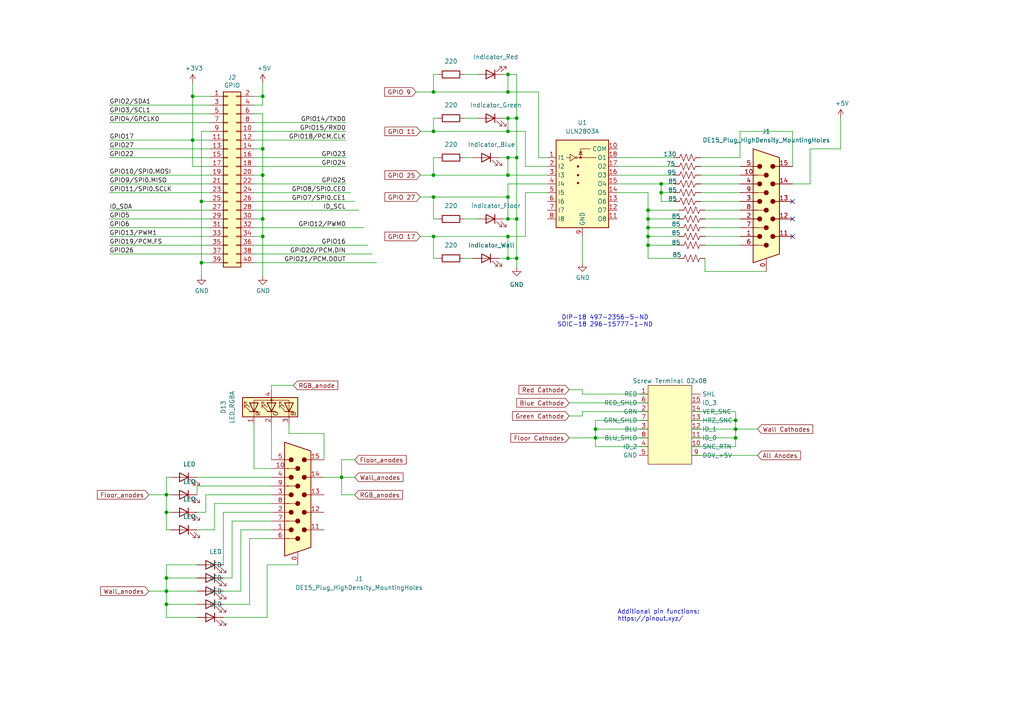
<source format=kicad_sch>
(kicad_sch (version 20231120) (generator "eeschema") (generator_version "8.0")
  (paper "A4")
  (title_block (date "15 nov 2012"))
  (lib_symbols
    (symbol "Connector:DE15_Plug_HighDensity_MountingHoles" (pin_names (offset 1.016) hide)
      (property "Reference" "J" (at 0 21.59 0))
      (property "Value" "DE15_Plug_HighDensity_MountingHoles" (at 0 19.05 0))
      (symbol "DE15_Plug_HighDensity_MountingHoles_0_1"
        (circle (center -1.905 -7.62) (radius 0.635) (fill (type outline)))
        (circle (center -1.905 -2.54) (radius 0.635) (fill (type outline)))
        (circle (center -1.905 2.54) (radius 0.635) (fill (type outline)))
        (circle (center -1.905 7.62) (radius 0.635) (fill (type outline)))
        (circle (center -1.905 12.7) (radius 0.635) (fill (type outline)))
        (circle (center 0 -10.16) (radius 0.635) (fill (type outline)))
        (circle (center 0 -5.08) (radius 0.635) (fill (type outline)))
        (polyline (pts (xy -3.175 -5.08) (xy -0.635 -5.08)))
        (polyline (pts (xy -0.635 -10.16) (xy -3.175 -10.16)))
        (polyline (pts (xy -0.635 0) (xy -3.175 0)))
        (polyline (pts (xy -0.635 5.08) (xy -3.175 5.08)))
        (polyline (pts (xy -0.635 10.16) (xy -3.175 10.16)))
        (polyline (pts (xy -3.81 17.78) (xy -3.81 -15.24) (xy 3.81 -12.7) (xy 3.81 15.24) (xy -3.81 17.78)) (stroke (width 0.254)) (fill (type background)))
        (circle (center 0 0) (radius 0.635) (fill (type outline)))
        (circle (center 0 5.08) (radius 0.635) (fill (type outline)))
        (circle (center 0 10.16) (radius 0.635) (fill (type outline)))
        (circle (center 1.905 -7.62) (radius 0.635) (fill (type outline)))
        (circle (center 1.905 -2.54) (radius 0.635) (fill (type outline)))
        (circle (center 1.905 2.54) (radius 0.635) (fill (type outline)))
        (circle (center 1.905 7.62) (radius 0.635) (fill (type outline)))
        (circle (center 1.905 12.7) (radius 0.635) (fill (type outline)))
      )
      (symbol "DE15_Plug_HighDensity_MountingHoles_1_1"
        (pin passive line (at 0 -17.78 90) (length 3.81) (name "~") (number "0"))
        (pin passive line (at -7.62 -7.62 0) (length 5.08) (name "~") (number "1"))
        (pin passive line (at -7.62 10.16 0) (length 5.08) (name "~") (number "10"))
        (pin passive line (at 7.62 -7.62 180) (length 5.08) (name "~") (number "11"))
        (pin passive line (at 7.62 -2.54 180) (length 5.08) (name "~") (number "12"))
        (pin passive line (at 7.62 2.54 180) (length 5.08) (name "~") (number "13"))
        (pin passive line (at 7.62 7.62 180) (length 5.08) (name "~") (number "14"))
        (pin passive line (at 7.62 12.7 180) (length 5.08) (name "~") (number "15"))
        (pin passive line (at -7.62 -2.54 0) (length 5.08) (name "~") (number "2"))
        (pin passive line (at -7.62 2.54 0) (length 5.08) (name "~") (number "3"))
        (pin passive line (at -7.62 7.62 0) (length 5.08) (name "~") (number "4"))
        (pin passive line (at -7.62 12.7 0) (length 5.08) (name "~") (number "5"))
        (pin passive line (at -7.62 -10.16 0) (length 5.08) (name "~") (number "6"))
        (pin passive line (at -7.62 -5.08 0) (length 5.08) (name "~") (number "7"))
        (pin passive line (at -7.62 0 0) (length 5.08) (name "~") (number "8"))
        (pin passive line (at -7.62 5.08 0) (length 5.08) (name "~") (number "9"))
      )
    )
    (symbol "Connector_Generic:Conn_02x20_Odd_Even" (pin_names (offset 1.016) hide)
      (property "Reference" "J" (at 1.27 25.4 0))
      (property "Value" "Conn_02x20_Odd_Even" (at 1.27 -27.94 0))
      (symbol "Conn_02x20_Odd_Even_1_1"
        (rectangle (start -1.27 -25.273) (end 0 -25.527) (stroke (width 0.1524)))
        (rectangle (start -1.27 -22.733) (end 0 -22.987) (stroke (width 0.1524)))
        (rectangle (start -1.27 -20.193) (end 0 -20.447) (stroke (width 0.1524)))
        (rectangle (start -1.27 -17.653) (end 0 -17.907) (stroke (width 0.1524)))
        (rectangle (start -1.27 -15.113) (end 0 -15.367) (stroke (width 0.1524)))
        (rectangle (start -1.27 -12.573) (end 0 -12.827) (stroke (width 0.1524)))
        (rectangle (start -1.27 -10.033) (end 0 -10.287) (stroke (width 0.1524)))
        (rectangle (start -1.27 -7.493) (end 0 -7.747) (stroke (width 0.1524)))
        (rectangle (start -1.27 -4.953) (end 0 -5.207) (stroke (width 0.1524)))
        (rectangle (start -1.27 -2.413) (end 0 -2.667) (stroke (width 0.1524)))
        (rectangle (start -1.27 0.127) (end 0 -0.127) (stroke (width 0.1524)))
        (rectangle (start -1.27 2.667) (end 0 2.413) (stroke (width 0.1524)))
        (rectangle (start -1.27 5.207) (end 0 4.953) (stroke (width 0.1524)))
        (rectangle (start -1.27 7.747) (end 0 7.493) (stroke (width 0.1524)))
        (rectangle (start -1.27 10.287) (end 0 10.033) (stroke (width 0.1524)))
        (rectangle (start -1.27 12.827) (end 0 12.573) (stroke (width 0.1524)))
        (rectangle (start -1.27 15.367) (end 0 15.113) (stroke (width 0.1524)))
        (rectangle (start -1.27 17.907) (end 0 17.653) (stroke (width 0.1524)))
        (rectangle (start -1.27 20.447) (end 0 20.193) (stroke (width 0.1524)))
        (rectangle (start -1.27 22.987) (end 0 22.733) (stroke (width 0.1524)))
        (rectangle (start -1.27 24.13) (end 3.81 -26.67) (stroke (width 0.254)) (fill (type background)))
        (rectangle (start 3.81 -25.273) (end 2.54 -25.527) (stroke (width 0.1524)))
        (rectangle (start 3.81 -22.733) (end 2.54 -22.987) (stroke (width 0.1524)))
        (rectangle (start 3.81 -20.193) (end 2.54 -20.447) (stroke (width 0.1524)))
        (rectangle (start 3.81 -17.653) (end 2.54 -17.907) (stroke (width 0.1524)))
        (rectangle (start 3.81 -15.113) (end 2.54 -15.367) (stroke (width 0.1524)))
        (rectangle (start 3.81 -12.573) (end 2.54 -12.827) (stroke (width 0.1524)))
        (rectangle (start 3.81 -10.033) (end 2.54 -10.287) (stroke (width 0.1524)))
        (rectangle (start 3.81 -7.493) (end 2.54 -7.747) (stroke (width 0.1524)))
        (rectangle (start 3.81 -4.953) (end 2.54 -5.207) (stroke (width 0.1524)))
        (rectangle (start 3.81 -2.413) (end 2.54 -2.667) (stroke (width 0.1524)))
        (rectangle (start 3.81 0.127) (end 2.54 -0.127) (stroke (width 0.1524)))
        (rectangle (start 3.81 2.667) (end 2.54 2.413) (stroke (width 0.1524)))
        (rectangle (start 3.81 5.207) (end 2.54 4.953) (stroke (width 0.1524)))
        (rectangle (start 3.81 7.747) (end 2.54 7.493) (stroke (width 0.1524)))
        (rectangle (start 3.81 10.287) (end 2.54 10.033) (stroke (width 0.1524)))
        (rectangle (start 3.81 12.827) (end 2.54 12.573) (stroke (width 0.1524)))
        (rectangle (start 3.81 15.367) (end 2.54 15.113) (stroke (width 0.1524)))
        (rectangle (start 3.81 17.907) (end 2.54 17.653) (stroke (width 0.1524)))
        (rectangle (start 3.81 20.447) (end 2.54 20.193) (stroke (width 0.1524)))
        (rectangle (start 3.81 22.987) (end 2.54 22.733) (stroke (width 0.1524)))
        (pin passive line (at -5.08 22.86 0) (length 3.81) (name "Pin_1") (number "1"))
        (pin passive line (at 7.62 12.7 180) (length 3.81) (name "Pin_10") (number "10"))
        (pin passive line (at -5.08 10.16 0) (length 3.81) (name "Pin_11") (number "11"))
        (pin passive line (at 7.62 10.16 180) (length 3.81) (name "Pin_12") (number "12"))
        (pin passive line (at -5.08 7.62 0) (length 3.81) (name "Pin_13") (number "13"))
        (pin passive line (at 7.62 7.62 180) (length 3.81) (name "Pin_14") (number "14"))
        (pin passive line (at -5.08 5.08 0) (length 3.81) (name "Pin_15") (number "15"))
        (pin passive line (at 7.62 5.08 180) (length 3.81) (name "Pin_16") (number "16"))
        (pin passive line (at -5.08 2.54 0) (length 3.81) (name "Pin_17") (number "17"))
        (pin passive line (at 7.62 2.54 180) (length 3.81) (name "Pin_18") (number "18"))
        (pin passive line (at -5.08 0 0) (length 3.81) (name "Pin_19") (number "19"))
        (pin passive line (at 7.62 22.86 180) (length 3.81) (name "Pin_2") (number "2"))
        (pin passive line (at 7.62 0 180) (length 3.81) (name "Pin_20") (number "20"))
        (pin passive line (at -5.08 -2.54 0) (length 3.81) (name "Pin_21") (number "21"))
        (pin passive line (at 7.62 -2.54 180) (length 3.81) (name "Pin_22") (number "22"))
        (pin passive line (at -5.08 -5.08 0) (length 3.81) (name "Pin_23") (number "23"))
        (pin passive line (at 7.62 -5.08 180) (length 3.81) (name "Pin_24") (number "24"))
        (pin passive line (at -5.08 -7.62 0) (length 3.81) (name "Pin_25") (number "25"))
        (pin passive line (at 7.62 -7.62 180) (length 3.81) (name "Pin_26") (number "26"))
        (pin passive line (at -5.08 -10.16 0) (length 3.81) (name "Pin_27") (number "27"))
        (pin passive line (at 7.62 -10.16 180) (length 3.81) (name "Pin_28") (number "28"))
        (pin passive line (at -5.08 -12.7 0) (length 3.81) (name "Pin_29") (number "29"))
        (pin passive line (at -5.08 20.32 0) (length 3.81) (name "Pin_3") (number "3"))
        (pin passive line (at 7.62 -12.7 180) (length 3.81) (name "Pin_30") (number "30"))
        (pin passive line (at -5.08 -15.24 0) (length 3.81) (name "Pin_31") (number "31"))
        (pin passive line (at 7.62 -15.24 180) (length 3.81) (name "Pin_32") (number "32"))
        (pin passive line (at -5.08 -17.78 0) (length 3.81) (name "Pin_33") (number "33"))
        (pin passive line (at 7.62 -17.78 180) (length 3.81) (name "Pin_34") (number "34"))
        (pin passive line (at -5.08 -20.32 0) (length 3.81) (name "Pin_35") (number "35"))
        (pin passive line (at 7.62 -20.32 180) (length 3.81) (name "Pin_36") (number "36"))
        (pin passive line (at -5.08 -22.86 0) (length 3.81) (name "Pin_37") (number "37"))
        (pin passive line (at 7.62 -22.86 180) (length 3.81) (name "Pin_38") (number "38"))
        (pin passive line (at -5.08 -25.4 0) (length 3.81) (name "Pin_39") (number "39"))
        (pin passive line (at 7.62 20.32 180) (length 3.81) (name "Pin_4") (number "4"))
        (pin passive line (at 7.62 -25.4 180) (length 3.81) (name "Pin_40") (number "40"))
        (pin passive line (at -5.08 17.78 0) (length 3.81) (name "Pin_5") (number "5"))
        (pin passive line (at 7.62 17.78 180) (length 3.81) (name "Pin_6") (number "6"))
        (pin passive line (at -5.08 15.24 0) (length 3.81) (name "Pin_7") (number "7"))
        (pin passive line (at 7.62 15.24 180) (length 3.81) (name "Pin_8") (number "8"))
        (pin passive line (at -5.08 12.7 0) (length 3.81) (name "Pin_9") (number "9"))
      )
    )
    (symbol "Device:LED" (pin_numbers hide) (pin_names (offset 1.016) hide)
      (property "Reference" "D" (at 0 2.54 0))
      (property "Value" "LED" (at 0 -2.54 0))
      (symbol "LED_0_1"
        (polyline (pts (xy -1.27 -1.27) (xy -1.27 1.27)) (stroke (width 0.254)))
        (polyline (pts (xy -1.27 0) (xy 1.27 0)))
        (polyline (pts (xy 1.27 -1.27) (xy 1.27 1.27) (xy -1.27 0) (xy 1.27 -1.27)) (stroke (width 0.254)))
        (polyline (pts (xy -3.048 -0.762) (xy -4.572 -2.286) (xy -3.81 -2.286) (xy -4.572 -2.286) (xy -4.572 -1.524)))
        (polyline (pts (xy -1.778 -0.762) (xy -3.302 -2.286) (xy -2.54 -2.286) (xy -3.302 -2.286) (xy -3.302 -1.524)))
      )
      (symbol "LED_1_1"
        (pin passive line (at -3.81 0 0) (length 2.54) (name "K") (number "1"))
        (pin passive line (at 3.81 0 180) (length 2.54) (name "A") (number "2"))
      )
    )
    (symbol "Device:LED_RGBA" (pin_names (offset 0) hide)
      (property "Reference" "D" (at 0 9.398 0))
      (property "Value" "LED_RGBA" (at 0 -8.89 0))
      (symbol "LED_RGBA_0_0"
        (text "B" (at -1.905 -6.35 0) (effects (font (size 1.27 1.27))))
        (text "G" (at -1.905 -1.27 0) (effects (font (size 1.27 1.27))))
        (text "R" (at -1.905 3.81 0) (effects (font (size 1.27 1.27))))
      )
      (symbol "LED_RGBA_0_1"
        (polyline (pts (xy -1.27 -5.08) (xy -2.54 -5.08)))
        (polyline (pts (xy -1.27 -5.08) (xy 1.27 -5.08)))
        (polyline (pts (xy -1.27 -3.81) (xy -1.27 -6.35)) (stroke (width 0.254)))
        (polyline (pts (xy -1.27 0) (xy -2.54 0)))
        (polyline (pts (xy -1.27 1.27) (xy -1.27 -1.27)) (stroke (width 0.254)))
        (polyline (pts (xy -1.27 5.08) (xy -2.54 5.08)))
        (polyline (pts (xy -1.27 5.08) (xy 1.27 5.08)))
        (polyline (pts (xy -1.27 6.35) (xy -1.27 3.81)) (stroke (width 0.254)))
        (polyline (pts (xy 1.27 0) (xy -1.27 0)))
        (polyline (pts (xy 1.27 0) (xy 2.54 0)))
        (polyline (pts (xy -1.27 1.27) (xy -1.27 -1.27) (xy -1.27 -1.27)))
        (polyline (pts (xy -1.27 6.35) (xy -1.27 3.81) (xy -1.27 3.81)))
        (polyline (pts (xy 1.27 -5.08) (xy 2.032 -5.08) (xy 2.032 5.08) (xy 1.27 5.08)))
        (polyline (pts (xy 1.27 -3.81) (xy 1.27 -6.35) (xy -1.27 -5.08) (xy 1.27 -3.81)) (stroke (width 0.254)))
        (polyline (pts (xy 1.27 1.27) (xy 1.27 -1.27) (xy -1.27 0) (xy 1.27 1.27)) (stroke (width 0.254)))
        (polyline (pts (xy 1.27 6.35) (xy 1.27 3.81) (xy -1.27 5.08) (xy 1.27 6.35)) (stroke (width 0.254)))
        (polyline (pts (xy -1.016 -3.81) (xy 0.508 -2.286) (xy -0.254 -2.286) (xy 0.508 -2.286) (xy 0.508 -3.048)))
        (polyline (pts (xy -1.016 1.27) (xy 0.508 2.794) (xy -0.254 2.794) (xy 0.508 2.794) (xy 0.508 2.032)))
        (polyline (pts (xy -1.016 6.35) (xy 0.508 7.874) (xy -0.254 7.874) (xy 0.508 7.874) (xy 0.508 7.112)))
        (polyline (pts (xy 0 -3.81) (xy 1.524 -2.286) (xy 0.762 -2.286) (xy 1.524 -2.286) (xy 1.524 -3.048)))
        (polyline (pts (xy 0 1.27) (xy 1.524 2.794) (xy 0.762 2.794) (xy 1.524 2.794) (xy 1.524 2.032)))
        (polyline (pts (xy 0 6.35) (xy 1.524 7.874) (xy 0.762 7.874) (xy 1.524 7.874) (xy 1.524 7.112)))
        (rectangle (start 1.27 -1.27) (end 1.27 1.27))
        (rectangle (start 1.27 1.27) (end 1.27 1.27))
        (rectangle (start 1.27 3.81) (end 1.27 6.35))
        (rectangle (start 1.27 6.35) (end 1.27 6.35))
        (circle (center 2.032 0) (radius 0.254) (fill (type outline)))
        (rectangle (start 2.794 8.382) (end -2.794 -7.62) (stroke (width 0.254)) (fill (type background)))
      )
      (symbol "LED_RGBA_1_1"
        (pin passive line (at -5.08 5.08 0) (length 2.54) (name "RK") (number "1"))
        (pin passive line (at -5.08 0 0) (length 2.54) (name "GK") (number "2"))
        (pin passive line (at -5.08 -5.08 0) (length 2.54) (name "BK") (number "3"))
        (pin passive line (at 5.08 0 180) (length 2.54) (name "A") (number "4"))
      )
    )
    (symbol "Device:R" (pin_numbers hide) (pin_names (offset 0))
      (property "Reference" "R" (at 2.032 0 90))
      (property "Value" "R" (at 0 0 90))
      (symbol "R_0_1"
        (rectangle (start -1.016 -2.54) (end 1.016 2.54) (stroke (width 0.254)))
      )
      (symbol "R_1_1"
        (pin passive line (at 0 3.81 270) (length 1.27) (name "~") (number "1"))
        (pin passive line (at 0 -3.81 90) (length 1.27) (name "~") (number "2"))
      )
    )
    (symbol "Device:R_US" (pin_numbers hide) (pin_names (offset 0))
      (property "Reference" "R" (at 2.54 0 90))
      (property "Value" "R_US" (at -2.54 0 90))
      (symbol "R_US_0_1"
        (polyline (pts (xy 0 -2.286) (xy 0 -2.54)))
        (polyline (pts (xy 0 2.286) (xy 0 2.54)))
        (polyline (pts (xy 0 -0.762) (xy 1.016 -1.143) (xy 0 -1.524) (xy -1.016 -1.905) (xy 0 -2.286)))
        (polyline (pts (xy 0 0.762) (xy 1.016 0.381) (xy 0 0) (xy -1.016 -0.381) (xy 0 -0.762)))
        (polyline (pts (xy 0 2.286) (xy 1.016 1.905) (xy 0 1.524) (xy -1.016 1.143) (xy 0 0.762)))
      )
      (symbol "R_US_1_1"
        (pin passive line (at 0 3.81 270) (length 1.27) (name "~") (number "1"))
        (pin passive line (at 0 -3.81 90) (length 1.27) (name "~") (number "2"))
      )
    )
    (symbol "GND_1" (power) (pin_numbers hide) (pin_names (offset 0) hide)
      (property "Value" "GND" (at 0 -3.81 0))
      (symbol "GND_1_0_1"
        (polyline (pts (xy 0 0) (xy 0 -1.27) (xy 1.27 -1.27) (xy 0 -2.54) (xy -1.27 -1.27) (xy 0 -1.27)))
      )
      (symbol "GND_1_1_1"
        (pin power_in line (at 0 0 270) (length 0) (name "~") (number "1"))
      )
    )
    (symbol "Transistor_Array:ULN2803A"
      (property "Reference" "U" (at 0 13.335 0))
      (property "Value" "ULN2803A" (at 0 11.43 0))
      (symbol "ULN2803A_0_1"
        (rectangle (start -7.62 -15.24) (end 7.62 10.16) (stroke (width 0.254)) (fill (type background)))
        (circle (center -1.778 5.08) (radius 0.254))
        (circle (center -1.27 -2.286) (radius 0.254) (fill (type outline)))
        (circle (center -1.27 0) (radius 0.254) (fill (type outline)))
        (circle (center -1.27 2.54) (radius 0.254) (fill (type outline)))
        (circle (center -0.508 5.08) (radius 0.254) (fill (type outline)))
        (polyline (pts (xy -4.572 5.08) (xy -3.556 5.08)))
        (polyline (pts (xy -1.524 5.08) (xy 4.064 5.08)))
        (polyline (pts (xy 0 6.731) (xy -1.016 6.731)))
        (polyline (pts (xy -0.508 5.08) (xy -0.508 7.62) (xy 2.286 7.62)))
        (polyline (pts (xy -3.556 6.096) (xy -3.556 4.064) (xy -2.032 5.08) (xy -3.556 6.096)))
        (polyline (pts (xy 0 5.969) (xy -1.016 5.969) (xy -0.508 6.731) (xy 0 5.969)))
      )
      (symbol "ULN2803A_1_1"
        (pin input line (at -10.16 5.08 0) (length 2.54) (name "I1") (number "1"))
        (pin passive line (at 10.16 7.62 180) (length 2.54) (name "COM") (number "10"))
        (pin open_collector line (at 10.16 -12.7 180) (length 2.54) (name "O8") (number "11"))
        (pin open_collector line (at 10.16 -10.16 180) (length 2.54) (name "O7") (number "12"))
        (pin open_collector line (at 10.16 -7.62 180) (length 2.54) (name "O6") (number "13"))
        (pin open_collector line (at 10.16 -5.08 180) (length 2.54) (name "O5") (number "14"))
        (pin open_collector line (at 10.16 -2.54 180) (length 2.54) (name "O4") (number "15"))
        (pin open_collector line (at 10.16 0 180) (length 2.54) (name "O3") (number "16"))
        (pin open_collector line (at 10.16 2.54 180) (length 2.54) (name "O2") (number "17"))
        (pin open_collector line (at 10.16 5.08 180) (length 2.54) (name "O1") (number "18"))
        (pin input line (at -10.16 2.54 0) (length 2.54) (name "I2") (number "2"))
        (pin input line (at -10.16 0 0) (length 2.54) (name "I3") (number "3"))
        (pin input line (at -10.16 -2.54 0) (length 2.54) (name "I4") (number "4"))
        (pin input line (at -10.16 -5.08 0) (length 2.54) (name "I5") (number "5"))
        (pin input line (at -10.16 -7.62 0) (length 2.54) (name "I6") (number "6"))
        (pin input line (at -10.16 -10.16 0) (length 2.54) (name "I7") (number "7"))
        (pin input line (at -10.16 -12.7 0) (length 2.54) (name "I8") (number "8"))
        (pin power_in line (at 0 -17.78 90) (length 2.54) (name "GND") (number "9"))
      )
    )
    (symbol "my:Screw_terminal_02x08"
      (property "Reference" "U" (at 0 0 0))
      (symbol "Screw_terminal_02x08_1_1"
        (rectangle (start -6.35 12.7) (end 6.35 -10.16) (fill (type background)))
        (pin input line (at 6.35 10.16 0) (length 2.54) (name "SHL") (number ""))
        (pin input line (at -6.35 10.16 180) (length 2.54) (name "RED") (number "1"))
        (pin input line (at 6.35 -5.08 0) (length 2.54) (name "SNC_RTN") (number "10"))
        (pin input line (at 6.35 -2.54 0) (length 2.54) (name "ID_0") (number "11"))
        (pin input line (at 6.35 0 0) (length 2.54) (name "ID_1") (number "12"))
        (pin input line (at 6.35 2.54 0) (length 2.54) (name "HRZ_SNC") (number "13"))
        (pin input line (at 6.35 5.08 0) (length 2.54) (name "VER_SNC") (number "14"))
        (pin input line (at 6.35 7.62 0) (length 2.54) (name "ID_3") (number "15"))
        (pin input line (at -6.35 5.08 180) (length 2.54) (name "GRN") (number "2"))
        (pin input line (at -6.35 0 180) (length 2.54) (name "BLU") (number "3"))
        (pin input line (at -6.35 -5.08 180) (length 2.54) (name "ID_2") (number "4"))
        (pin input line (at -6.4407 -7.5771 180) (length 2.54) (name "GND") (number "5"))
        (pin input line (at -6.35 7.62 180) (length 2.54) (name "RED_SHLD") (number "6"))
        (pin input line (at -6.35 2.54 180) (length 2.54) (name "GRN_SHLD") (number "7"))
        (pin input line (at -6.35 -2.54 180) (length 2.54) (name "BLU_SHLD") (number "8"))
        (pin input line (at 6.35 -7.62 0) (length 2.54) (name "DDV_+5V") (number "9"))
      )
    )
    (symbol "power:+3.3V" (power) (pin_names (offset 0))
      (property "Value" "+3.3V" (at 0 3.556 0))
      (symbol "+3.3V_0_1"
        (polyline (pts (xy -0.762 1.27) (xy 0 2.54)))
        (polyline (pts (xy 0 0) (xy 0 2.54)))
        (polyline (pts (xy 0 2.54) (xy 0.762 1.27)))
      )
      (symbol "+3.3V_1_1"
        (pin power_in line (at 0 0 90) (length 0) hide (name "+3V3") (number "1"))
      )
    )
    (symbol "power:+5V" (power) (pin_names (offset 0))
      (property "Value" "+5V" (at 0 3.556 0))
      (symbol "+5V_0_1"
        (polyline (pts (xy -0.762 1.27) (xy 0 2.54)))
        (polyline (pts (xy 0 0) (xy 0 2.54)))
        (polyline (pts (xy 0 2.54) (xy 0.762 1.27)))
      )
      (symbol "+5V_1_1"
        (pin power_in line (at 0 0 90) (length 0) hide (name "+5V") (number "1"))
      )
    )
    (symbol "power:GND" (power) (pin_names (offset 0))
      (property "Value" "GND" (at 0 -3.81 0))
      (symbol "GND_0_1"
        (polyline (pts (xy 0 0) (xy 0 -1.27) (xy 1.27 -1.27) (xy 0 -2.54) (xy -1.27 -1.27) (xy 0 -1.27)))
      )
      (symbol "GND_1_1"
        (pin power_in line (at 0 0 270) (length 0) hide (name "GND") (number "1"))
      )
    )
  )
  (junction (at 55.88 27.94))
  (junction (at 149.86 63.5))
  (junction (at 213.36 124.46))
  (junction (at 55.88 40.64))
  (junction (at 187.96 60.96))
  (junction (at 149.86 74.93))
  (junction (at 147.32 21.59))
  (junction (at 48.26 167.64))
  (junction (at 191.77 55.88))
  (junction (at 125.73 57.15))
  (junction (at 58.42 76.2))
  (junction (at 76.2 63.5))
  (junction (at 149.86 45.72))
  (junction (at 58.42 58.42))
  (junction (at 48.26 143.51))
  (junction (at 187.96 71.12))
  (junction (at 191.77 53.34))
  (junction (at 147.32 74.93))
  (junction (at 147.32 57.15))
  (junction (at 125.73 38.1))
  (junction (at 172.72 124.46))
  (junction (at 76.2 50.8))
  (junction (at 147.32 38.1))
  (junction (at 187.96 68.58))
  (junction (at 76.2 27.94))
  (junction (at 147.32 26.67))
  (junction (at 187.96 66.04))
  (junction (at 76.2 43.18))
  (junction (at 125.73 68.58))
  (junction (at 147.32 68.58))
  (junction (at 48.26 175.26))
  (junction (at 48.26 171.45))
  (junction (at 125.73 50.8))
  (junction (at 149.86 34.29))
  (junction (at 147.32 34.29))
  (junction (at 147.32 45.72))
  (junction (at 125.73 26.67))
  (junction (at 99.06 138.43))
  (junction (at 147.32 63.5))
  (junction (at 76.2 68.58))
  (junction (at 213.36 121.92))
  (junction (at 172.72 127))
  (junction (at 48.26 148.59))
  (junction (at 147.32 50.8))
  (junction (at 213.36 127))
  (junction (at 187.96 63.5))
  (no_connect (at 229.87 63.5))
  (no_connect (at 229.87 68.58))
  (no_connect (at 229.87 58.42))
  (wire (pts (xy 48.26 153.67) (xy 48.26 148.59)))
  (wire (pts (xy 73.66 58.42) (xy 102.87 58.42)))
  (wire (pts (xy 102.87 143.51) (xy 99.06 143.51)))
  (wire (pts (xy 60.96 40.64) (xy 55.88 40.64)))
  (wire (pts (xy 179.07 45.72) (xy 195.58 45.72)))
  (wire (pts (xy 78.74 111.76) (xy 78.74 113.03)))
  (wire (pts (xy 76.2 33.02) (xy 76.2 43.18)))
  (wire (pts (xy 78.74 123.19) (xy 78.74 133.35)))
  (wire (pts (xy 76.2 50.8) (xy 73.66 50.8)))
  (wire (pts (xy 152.4 48.26) (xy 158.75 48.26)))
  (wire (pts (xy 64.77 163.83) (xy 64.77 148.59)))
  (wire (pts (xy 165.1 116.84) (xy 187.96 116.84)))
  (wire (pts (xy 83.82 123.19) (xy 83.82 125.73)))
  (wire (pts (xy 147.32 21.59) (xy 149.86 21.59)))
  (wire (pts (xy 125.73 45.72) (xy 127 45.72)))
  (wire (pts (xy 125.73 74.93) (xy 125.73 68.58)))
  (wire (pts (xy 69.85 153.67) (xy 78.74 153.67)))
  (wire (pts (xy 31.75 50.8) (xy 60.96 50.8)))
  (wire (pts (xy 187.96 63.5) (xy 187.96 66.04)))
  (wire (pts (xy 76.2 43.18) (xy 76.2 50.8)))
  (wire (pts (xy 31.75 45.72) (xy 60.96 45.72)))
  (wire (pts (xy 49.53 143.51) (xy 48.26 143.51)))
  (wire (pts (xy 168.91 114.3) (xy 187.96 114.3)))
  (wire (pts (xy 125.73 21.59) (xy 127 21.59)))
  (wire (pts (xy 156.21 45.72) (xy 158.75 45.72)))
  (wire (pts (xy 147.32 53.34) (xy 158.75 53.34)))
  (wire (pts (xy 73.66 35.56) (xy 100.33 35.56)))
  (wire (pts (xy 168.91 119.38) (xy 187.96 119.38)))
  (wire (pts (xy 55.88 40.64) (xy 31.75 40.64)))
  (wire (pts (xy 152.4 38.1) (xy 152.4 48.26)))
  (wire (pts (xy 125.73 68.58) (xy 147.32 68.58)))
  (wire (pts (xy 168.91 113.03) (xy 168.91 114.3)))
  (wire (pts (xy 78.74 111.76) (xy 85.09 111.76)))
  (wire (pts (xy 31.75 63.5) (xy 60.96 63.5)))
  (wire (pts (xy 213.36 129.54) (xy 213.36 127)))
  (wire (pts (xy 57.15 167.64) (xy 48.26 167.64)))
  (wire (pts (xy 58.42 38.1) (xy 60.96 38.1)))
  (wire (pts (xy 48.26 179.07) (xy 57.15 179.07)))
  (wire (pts (xy 73.66 55.88) (xy 101.6 55.88)))
  (wire (pts (xy 77.47 163.83) (xy 86.36 163.83)))
  (wire (pts (xy 187.96 74.93) (xy 187.96 71.12)))
  (wire (pts (xy 76.2 50.8) (xy 76.2 63.5)))
  (wire (pts (xy 57.15 138.43) (xy 78.74 138.43)))
  (wire (pts (xy 48.26 175.26) (xy 48.26 179.07)))
  (wire (pts (xy 125.73 57.15) (xy 121.92 57.15)))
  (wire (pts (xy 147.32 50.8) (xy 158.75 50.8)))
  (wire (pts (xy 187.96 60.96) (xy 196.85 60.96)))
  (wire (pts (xy 49.53 138.43) (xy 48.26 138.43)))
  (wire (pts (xy 196.85 74.93) (xy 187.96 74.93)))
  (wire (pts (xy 149.86 21.59) (xy 149.86 34.29)))
  (wire (pts (xy 168.91 68.58) (xy 168.91 76.2)))
  (wire (pts (xy 200.66 119.38) (xy 213.36 119.38)))
  (wire (pts (xy 134.62 45.72) (xy 137.16 45.72)))
  (wire (pts (xy 200.66 132.08) (xy 219.71 132.08)))
  (wire (pts (xy 147.32 21.59) (xy 147.32 26.67)))
  (wire (pts (xy 58.42 58.42) (xy 60.96 58.42)))
  (wire (pts (xy 49.53 148.59) (xy 48.26 148.59)))
  (wire (pts (xy 99.06 138.43) (xy 102.87 138.43)))
  (wire (pts (xy 214.63 38.1) (xy 229.87 38.1)))
  (wire (pts (xy 48.26 148.59) (xy 48.26 143.51)))
  (wire (pts (xy 203.2 58.42) (xy 214.63 58.42)))
  (wire (pts (xy 48.26 171.45) (xy 43.18 171.45)))
  (wire (pts (xy 125.73 38.1) (xy 121.92 38.1)))
  (wire (pts (xy 187.96 60.96) (xy 187.96 63.5)))
  (wire (pts (xy 73.66 45.72) (xy 100.33 45.72)))
  (wire (pts (xy 49.53 153.67) (xy 48.26 153.67)))
  (wire (pts (xy 147.32 74.93) (xy 147.32 68.58)))
  (wire (pts (xy 200.66 127) (xy 213.36 127)))
  (wire (pts (xy 243.84 43.18) (xy 234.95 43.18)))
  (wire (pts (xy 73.66 123.19) (xy 73.66 135.89)))
  (wire (pts (xy 203.2 45.72) (xy 214.63 45.72)))
  (wire (pts (xy 191.77 53.34) (xy 195.58 53.34)))
  (wire (pts (xy 149.86 45.72) (xy 149.86 63.5)))
  (wire (pts (xy 146.05 63.5) (xy 147.32 63.5)))
  (wire (pts (xy 125.73 21.59) (xy 125.73 26.67)))
  (wire (pts (xy 73.66 76.2) (xy 109.22 76.2)))
  (wire (pts (xy 58.42 58.42) (xy 58.42 76.2)))
  (wire (pts (xy 146.05 21.59) (xy 147.32 21.59)))
  (wire (pts (xy 55.88 24.13) (xy 55.88 27.94)))
  (wire (pts (xy 67.31 167.64) (xy 64.77 167.64)))
  (wire (pts (xy 213.36 121.92) (xy 213.36 119.38)))
  (wire (pts (xy 229.87 38.1) (xy 229.87 48.26)))
  (wire (pts (xy 147.32 34.29) (xy 147.32 38.1)))
  (wire (pts (xy 134.62 63.5) (xy 138.43 63.5)))
  (wire (pts (xy 78.74 156.21) (xy 72.39 156.21)))
  (wire (pts (xy 234.95 53.34) (xy 229.87 53.34)))
  (wire (pts (xy 76.2 24.13) (xy 76.2 27.94)))
  (wire (pts (xy 134.62 74.93) (xy 137.16 74.93)))
  (wire (pts (xy 76.2 68.58) (xy 73.66 68.58)))
  (wire (pts (xy 147.32 63.5) (xy 149.86 63.5)))
  (wire (pts (xy 204.47 63.5) (xy 214.63 63.5)))
  (wire (pts (xy 165.1 113.03) (xy 168.91 113.03)))
  (wire (pts (xy 31.75 66.04) (xy 60.96 66.04)))
  (wire (pts (xy 187.96 129.54) (xy 172.72 129.54)))
  (wire (pts (xy 64.77 171.45) (xy 69.85 171.45)))
  (wire (pts (xy 55.88 40.64) (xy 55.88 48.26)))
  (wire (pts (xy 179.07 48.26) (xy 195.58 48.26)))
  (wire (pts (xy 125.73 57.15) (xy 147.32 57.15)))
  (wire (pts (xy 204.47 68.58) (xy 214.63 68.58)))
  (wire (pts (xy 125.73 26.67) (xy 120.65 26.67)))
  (wire (pts (xy 149.86 74.93) (xy 149.86 77.47)))
  (wire (pts (xy 243.84 34.29) (xy 243.84 43.18)))
  (wire (pts (xy 55.88 48.26) (xy 60.96 48.26)))
  (wire (pts (xy 187.96 71.12) (xy 196.85 71.12)))
  (wire (pts (xy 72.39 156.21) (xy 72.39 175.26)))
  (wire (pts (xy 48.26 171.45) (xy 48.26 175.26)))
  (wire (pts (xy 147.32 26.67) (xy 156.21 26.67)))
  (wire (pts (xy 48.26 143.51) (xy 43.18 143.51)))
  (wire (pts (xy 76.2 68.58) (xy 76.2 80.01)))
  (wire (pts (xy 203.2 50.8) (xy 214.63 50.8)))
  (wire (pts (xy 144.78 74.93) (xy 147.32 74.93)))
  (wire (pts (xy 59.69 148.59) (xy 59.69 143.51)))
  (wire (pts (xy 200.66 129.54) (xy 213.36 129.54)))
  (wire (pts (xy 187.96 63.5) (xy 196.85 63.5)))
  (wire (pts (xy 99.06 138.43) (xy 99.06 133.35)))
  (wire (pts (xy 149.86 34.29) (xy 149.86 45.72)))
  (wire (pts (xy 31.75 71.12) (xy 60.96 71.12)))
  (wire (pts (xy 73.66 40.64) (xy 100.33 40.64)))
  (wire (pts (xy 76.2 43.18) (xy 73.66 43.18)))
  (wire (pts (xy 147.32 45.72) (xy 147.32 50.8)))
  (wire (pts (xy 31.75 30.48) (xy 60.96 30.48)))
  (wire (pts (xy 31.75 68.58) (xy 60.96 68.58)))
  (wire (pts (xy 99.06 133.35) (xy 102.87 133.35)))
  (wire (pts (xy 57.15 175.26) (xy 48.26 175.26)))
  (wire (pts (xy 203.2 53.34) (xy 214.63 53.34)))
  (wire (pts (xy 191.77 55.88) (xy 195.58 55.88)))
  (wire (pts (xy 172.72 127) (xy 172.72 124.46)))
  (wire (pts (xy 76.2 27.94) (xy 73.66 27.94)))
  (wire (pts (xy 147.32 57.15) (xy 147.32 53.34)))
  (wire (pts (xy 191.77 53.34) (xy 191.77 55.88)))
  (wire (pts (xy 73.66 48.26) (xy 100.33 48.26)))
  (wire (pts (xy 73.66 38.1) (xy 100.33 38.1)))
  (wire (pts (xy 187.96 68.58) (xy 187.96 71.12)))
  (wire (pts (xy 187.96 68.58) (xy 196.85 68.58)))
  (wire (pts (xy 134.62 34.29) (xy 138.43 34.29)))
  (wire (pts (xy 31.75 53.34) (xy 60.96 53.34)))
  (wire (pts (xy 77.47 179.07) (xy 77.47 163.83)))
  (wire (pts (xy 125.73 50.8) (xy 147.32 50.8)))
  (wire (pts (xy 147.32 38.1) (xy 152.4 38.1)))
  (wire (pts (xy 165.1 127) (xy 172.72 127)))
  (wire (pts (xy 78.74 151.13) (xy 67.31 151.13)))
  (wire (pts (xy 62.23 146.05) (xy 78.74 146.05)))
  (wire (pts (xy 172.72 121.92) (xy 187.96 121.92)))
  (wire (pts (xy 57.15 140.97) (xy 78.74 140.97)))
  (wire (pts (xy 125.73 68.58) (xy 121.92 68.58)))
  (wire (pts (xy 125.73 50.8) (xy 121.92 50.8)))
  (wire (pts (xy 204.47 71.12) (xy 214.63 71.12)))
  (wire (pts (xy 234.95 43.18) (xy 234.95 53.34)))
  (wire (pts (xy 147.32 63.5) (xy 147.32 57.15)))
  (wire (pts (xy 48.26 163.83) (xy 48.26 167.64)))
  (wire (pts (xy 172.72 124.46) (xy 172.72 121.92)))
  (wire (pts (xy 57.15 140.97) (xy 57.15 143.51)))
  (wire (pts (xy 187.96 66.04) (xy 187.96 68.58)))
  (wire (pts (xy 31.75 35.56) (xy 60.96 35.56)))
  (wire (pts (xy 73.66 135.89) (xy 78.74 135.89)))
  (wire (pts (xy 64.77 179.07) (xy 77.47 179.07)))
  (wire (pts (xy 146.05 34.29) (xy 147.32 34.29)))
  (wire (pts (xy 76.2 30.48) (xy 73.66 30.48)))
  (wire (pts (xy 59.69 143.51) (xy 78.74 143.51)))
  (wire (pts (xy 134.62 21.59) (xy 138.43 21.59)))
  (wire (pts (xy 149.86 63.5) (xy 149.86 74.93)))
  (wire (pts (xy 179.07 53.34) (xy 191.77 53.34)))
  (wire (pts (xy 165.1 120.65) (xy 168.91 120.65)))
  (wire (pts (xy 48.26 167.64) (xy 48.26 171.45)))
  (wire (pts (xy 191.77 55.88) (xy 191.77 58.42)))
  (wire (pts (xy 213.36 124.46) (xy 213.36 121.92)))
  (wire (pts (xy 125.73 74.93) (xy 127 74.93)))
  (wire (pts (xy 156.21 26.67) (xy 156.21 45.72)))
  (wire (pts (xy 73.66 71.12) (xy 106.68 71.12)))
  (wire (pts (xy 83.82 125.73) (xy 93.98 125.73)))
  (wire (pts (xy 31.75 43.18) (xy 60.96 43.18)))
  (wire (pts (xy 73.66 66.04) (xy 105.41 66.04)))
  (wire (pts (xy 179.07 50.8) (xy 195.58 50.8)))
  (wire (pts (xy 57.15 148.59) (xy 59.69 148.59)))
  (wire (pts (xy 58.42 76.2) (xy 60.96 76.2)))
  (wire (pts (xy 144.78 45.72) (xy 147.32 45.72)))
  (wire (pts (xy 172.72 124.46) (xy 187.96 124.46)))
  (wire (pts (xy 152.4 68.58) (xy 152.4 55.88)))
  (wire (pts (xy 222.25 78.74) (xy 204.47 78.74)))
  (wire (pts (xy 73.66 73.66) (xy 107.95 73.66)))
  (wire (pts (xy 200.66 124.46) (xy 213.36 124.46)))
  (wire (pts (xy 31.75 55.88) (xy 60.96 55.88)))
  (wire (pts (xy 76.2 27.94) (xy 76.2 30.48)))
  (wire (pts (xy 147.32 74.93) (xy 149.86 74.93)))
  (wire (pts (xy 76.2 33.02) (xy 73.66 33.02)))
  (wire (pts (xy 99.06 143.51) (xy 99.06 138.43)))
  (wire (pts (xy 31.75 33.02) (xy 60.96 33.02)))
  (wire (pts (xy 48.26 138.43) (xy 48.26 143.51)))
  (wire (pts (xy 187.96 66.04) (xy 196.85 66.04)))
  (wire (pts (xy 204.47 60.96) (xy 214.63 60.96)))
  (wire (pts (xy 214.63 45.72) (xy 214.63 38.1)))
  (wire (pts (xy 213.36 127) (xy 213.36 124.46)))
  (wire (pts (xy 62.23 153.67) (xy 62.23 146.05)))
  (wire (pts (xy 191.77 58.42) (xy 195.58 58.42)))
  (wire (pts (xy 204.47 66.04) (xy 214.63 66.04)))
  (wire (pts (xy 31.75 73.66) (xy 60.96 73.66)))
  (wire (pts (xy 147.32 68.58) (xy 152.4 68.58)))
  (wire (pts (xy 69.85 171.45) (xy 69.85 153.67)))
  (wire (pts (xy 76.2 63.5) (xy 76.2 68.58)))
  (wire (pts (xy 187.96 55.88) (xy 187.96 60.96)))
  (wire (pts (xy 58.42 38.1) (xy 58.42 58.42)))
  (wire (pts (xy 125.73 45.72) (xy 125.73 50.8)))
  (wire (pts (xy 147.32 34.29) (xy 149.86 34.29)))
  (wire (pts (xy 57.15 153.67) (xy 62.23 153.67)))
  (wire (pts (xy 125.73 63.5) (xy 127 63.5)))
  (wire (pts (xy 203.2 48.26) (xy 214.63 48.26)))
  (wire (pts (xy 125.73 34.29) (xy 127 34.29)))
  (wire (pts (xy 64.77 148.59) (xy 78.74 148.59)))
  (wire (pts (xy 57.15 163.83) (xy 48.26 163.83)))
  (wire (pts (xy 125.73 34.29) (xy 125.73 38.1)))
  (wire (pts (xy 168.91 120.65) (xy 168.91 119.38)))
  (wire (pts (xy 147.32 45.72) (xy 149.86 45.72)))
  (wire (pts (xy 67.31 151.13) (xy 67.31 167.64)))
  (wire (pts (xy 73.66 53.34) (xy 100.33 53.34)))
  (wire (pts (xy 72.39 175.26) (xy 64.77 175.26)))
  (wire (pts (xy 204.47 78.74) (xy 204.47 74.93)))
  (wire (pts (xy 31.75 60.96) (xy 60.96 60.96)))
  (wire (pts (xy 200.66 121.92) (xy 213.36 121.92)))
  (wire (pts (xy 203.2 55.88) (xy 214.63 55.88)))
  (wire (pts (xy 58.42 76.2) (xy 58.42 80.01)))
  (wire (pts (xy 76.2 63.5) (xy 73.66 63.5)))
  (wire (pts (xy 172.72 127) (xy 187.96 127)))
  (wire (pts (xy 55.88 27.94) (xy 60.96 27.94)))
  (wire (pts (xy 125.73 63.5) (xy 125.73 57.15)))
  (wire (pts (xy 125.73 26.67) (xy 147.32 26.67)))
  (wire (pts (xy 152.4 55.88) (xy 158.75 55.88)))
  (wire (pts (xy 93.98 138.43) (xy 99.06 138.43)))
  (wire (pts (xy 57.15 171.45) (xy 48.26 171.45)))
  (wire (pts (xy 172.72 129.54) (xy 172.72 127)))
  (wire (pts (xy 93.98 125.73) (xy 93.98 133.35)))
  (wire (pts (xy 219.71 124.46) (xy 213.36 124.46)))
  (wire (pts (xy 55.88 27.94) (xy 55.88 40.64)))
  (wire (pts (xy 73.66 60.96) (xy 104.14 60.96)))
  (wire (pts (xy 125.73 38.1) (xy 147.32 38.1)))
  (wire (pts (xy 187.96 55.88) (xy 179.07 55.88)))
  (text "Additional pin functions:\nhttps://pinout.xyz/" (at 179.07 180.34 0) (effects (font (size 1.27 1.27)) (justify left bottom)))
  (text "DIP-18 497-2356-5-ND\nSOIC-18 296-15777-1-ND" (at 175.514 93.218 0) (effects (font (size 1.27 1.27))))
  (label "ID_SDA" (at 31.75 60.96 0))
  (label "GPIO6" (at 31.75 66.04 0))
  (label "ID_SCL" (at 100.33 60.96 180))
  (label "GPIO5" (at 31.75 63.5 0))
  (label "GPIO21{slash}PCM.DOUT" (at 100.33 76.2 180))
  (label "GPIO19{slash}PCM.FS" (at 31.75 71.12 0))
  (label "GPIO10{slash}SPI0.MOSI" (at 31.75 50.8 0))
  (label "GPIO9{slash}SPI0.MISO" (at 31.75 53.34 0))
  (label "GPIO23" (at 100.33 45.72 180))
  (label "GPIO4{slash}GPCLK0" (at 31.75 35.56 0))
  (label "GPIO27" (at 31.75 43.18 0))
  (label "GPIO26" (at 31.75 73.66 0))
  (label "GPIO14{slash}TXD0" (at 100.33 35.56 180))
  (label "GPIO8{slash}SPI0.CE0" (at 100.33 55.88 180))
  (label "GPIO15{slash}RXD0" (at 100.33 38.1 180))
  (label "GPIO16" (at 100.33 71.12 180))
  (label "GPIO22" (at 31.75 45.72 0))
  (label "GPIO2{slash}SDA1" (at 31.75 30.48 0))
  (label "GPIO17" (at 31.75 40.64 0))
  (label "GPIO25" (at 100.33 53.34 180))
  (label "GPIO3{slash}SCL1" (at 31.75 33.02 0))
  (label "GPIO18{slash}PCM.CLK" (at 100.33 40.64 180))
  (label "GPIO12{slash}PWM0" (at 100.33 66.04 180))
  (label "GPIO13{slash}PWM1" (at 31.75 68.58 0))
  (label "GPIO20{slash}PCM.DIN" (at 100.33 73.66 180))
  (label "GPIO24" (at 100.33 48.26 180))
  (label "GPIO7{slash}SPI0.CE1" (at 100.33 58.42 180))
  (label "GPIO11{slash}SPI0.SCLK" (at 31.75 55.88 0))
  (global_label "Wall_anodes" (shape input) (at 43.18 171.45 180) (property "Intersheetrefs" "${INTERSHEET_REFS}" (effects (hide yes))))
  (global_label "RGB_anode" (shape input) (at 85.09 111.76 0) (property "Intersheetrefs" "${INTERSHEET_REFS}" (effects (hide yes))))
  (global_label "Floor Cathodes" (shape input) (at 165.1 127 180) (property "Intersheetrefs" "${INTERSHEET_REFS}" (effects (hide yes))))
  (global_label "Red Cathode" (shape input) (at 165.1 113.03 180) (property "Intersheetrefs" "${INTERSHEET_REFS}" (effects (hide yes))))
  (global_label "Floor_anodes" (shape input) (at 102.87 133.35 0) (property "Intersheetrefs" "${INTERSHEET_REFS}" (effects (hide yes))))
  (global_label "Green Cathode" (shape input) (at 165.1 120.65 180) (property "Intersheetrefs" "${INTERSHEET_REFS}" (effects (hide yes))))
  (global_label "GPIO 17" (shape input) (at 121.92 68.58 180) (property "Intersheetrefs" "${INTERSHEET_REFS}" (effects (hide yes))))
  (global_label "GPIO 11" (shape input) (at 121.92 38.1 180) (property "Intersheetrefs" "${INTERSHEET_REFS}" (effects (hide yes))))
  (global_label "Floor_anodes" (shape input) (at 43.18 143.51 180) (property "Intersheetrefs" "${INTERSHEET_REFS}" (effects (hide yes))))
  (global_label "Wall Cathodes" (shape input) (at 219.71 124.46 0) (property "Intersheetrefs" "${INTERSHEET_REFS}" (effects (hide yes))))
  (global_label "GPIO 9" (shape input) (at 120.65 26.67 180) (property "Intersheetrefs" "${INTERSHEET_REFS}" (effects (hide yes))))
  (global_label "Blue Cathode" (shape input) (at 165.1 116.84 180) (property "Intersheetrefs" "${INTERSHEET_REFS}" (effects (hide yes))))
  (global_label "GPIO 25" (shape input) (at 121.92 50.8 180) (property "Intersheetrefs" "${INTERSHEET_REFS}" (effects (hide yes))))
  (global_label "All Anodes" (shape input) (at 219.71 132.08 0) (property "Intersheetrefs" "${INTERSHEET_REFS}" (effects (hide yes))))
  (global_label "Wall_anodes" (shape input) (at 102.87 138.43 0) (property "Intersheetrefs" "${INTERSHEET_REFS}" (effects (hide yes))))
  (global_label "GPIO 27" (shape input) (at 121.92 57.15 180) (property "Intersheetrefs" "${INTERSHEET_REFS}" (effects (hide yes))))
  (global_label "RGB_anodes" (shape input) (at 102.87 143.51 0) (property "Intersheetrefs" "${INTERSHEET_REFS}" (effects (hide yes))))
  (symbol (lib_id "power:+5V") (at 76.2 24.13 0) (unit 1)
    (property "Reference" "#PWR01" (effects (hide yes)))
    (property "Value" "+5V" (at 76.5683 19.8056 0))
  )
  (symbol (lib_id "power:+3.3V") (at 55.88 24.13 0) (unit 1)
    (property "Reference" "#PWR04" (effects (hide yes)))
    (property "Value" "+3V3" (at 56.2483 19.8056 0))
  )
  (symbol (lib_id "power:GND") (at 76.2 80.01 0) (unit 1)
    (property "Reference" "#PWR02" (effects (hide yes)))
    (property "Value" "GND" (at 76.3143 84.3344 0))
  )
  (symbol (lib_id "power:GND") (at 58.42 80.01 0) (unit 1)
    (property "Reference" "#PWR03" (effects (hide yes)))
    (property "Value" "GND" (at 58.5343 84.3344 0))
  )
  (symbol (lib_id "Connector_Generic:Conn_02x20_Odd_Even") (at 66.04 50.8 0) (unit 1)
    (property "Reference" "J2" (at 67.31 22.4598 0))
    (property "Value" "GPIO" (at 67.31 24.765 0))
    (property "Footprint" "Connector_PinSocket_2.54mm:PinSocket_2x20_P2.54mm_Vertical" (effects (hide yes)))
  )
  (symbol (lib_id "Device:LED") (at 60.96 171.45 0) (mirror y) (unit 1)
    (property "Reference" "D7" (effects (hide yes)))
    (property "Value" "LED" (at 62.5475 167.64 0))
    (property "Description" "Light emitting diode" (effects (hide yes)))
  )
  (symbol (lib_id "my:Screw_terminal_02x08") (at 194.31 124.46 0) (unit 1)
    (property "Reference" "U2" (effects (hide yes)))
    (property "Value" "Screw Terminal 02x08" (at 194.2646 110.49 0))
  )
  (symbol (lib_id "Device:R") (at 130.81 21.59 90) (unit 1)
    (property "Reference" "R16" (effects (hide yes)))
    (property "Value" "220" (at 130.81 17.78 90))
    (property "Description" "Resistor" (effects (hide yes)))
  )
  (symbol (lib_id "Device:R_US") (at 200.66 68.58 90) (unit 1)
    (property "Reference" "R11" (effects (hide yes)))
    (property "Value" "85" (at 196.088 67.564 90))
    (property "Footprint" "Resistor_THT:R_Axial_DIN0309_L9.0mm_D3.2mm_P15.24mm_Horizontal" (effects (hide yes)))
    (property "Description" "Resistor, US symbol" (effects (hide yes)))
  )
  (symbol (lib_id "Device:R_US") (at 200.66 74.93 270) (unit 1)
    (property "Reference" "R17" (effects (hide yes)))
    (property "Value" "85" (at 196.342 73.914 90))
    (property "Description" "Resistor, US symbol" (effects (hide yes)))
  )
  (symbol (lib_id "power:+5V") (at 243.84 34.29 0) (unit 1)
    (property "Reference" "#PWR06" (effects (hide yes)))
    (property "Value" "+5V" (at 244.2083 29.9656 0))
  )
  (symbol (lib_id "Device:R_US") (at 200.66 66.04 90) (unit 1)
    (property "Reference" "R10" (effects (hide yes)))
    (property "Value" "85" (at 196.088 65.024 90))
    (property "Footprint" "Resistor_THT:R_Axial_DIN0309_L9.0mm_D3.2mm_P15.24mm_Horizontal" (effects (hide yes)))
    (property "Description" "Resistor, US symbol" (effects (hide yes)))
  )
  (symbol (lib_id "Device:LED") (at 53.34 138.43 0) (mirror y) (unit 1)
    (property "Reference" "D10" (effects (hide yes)))
    (property "Value" "LED" (at 54.9275 134.62 0))
    (property "Description" "Light emitting diode" (effects (hide yes)))
  )
  (symbol (lib_id "Device:R") (at 130.81 74.93 270) (unit 1)
    (property "Reference" "R7" (effects (hide yes)))
    (property "Value" "220" (at 130.81 71.12 90))
    (property "Description" "Resistor" (effects (hide yes)))
  )
  (symbol (lib_id "Device:LED") (at 60.96 179.07 0) (mirror y) (unit 1)
    (property "Reference" "D9" (effects (hide yes)))
    (property "Value" "LED" (at 62.5475 175.26 0))
    (property "Description" "Light emitting diode" (effects (hide yes)))
  )
  (symbol (lib_id "Device:R") (at 130.81 45.72 90) (unit 1)
    (property "Reference" "R14" (effects (hide yes)))
    (property "Value" "220" (at 130.81 41.91 90))
    (property "Description" "Resistor" (effects (hide yes)))
  )
  (symbol (lib_id "Device:LED") (at 60.96 167.64 0) (mirror y) (unit 1)
    (property "Reference" "D6" (effects (hide yes)))
    (property "Value" "LED" (at 62.5475 163.83 0))
    (property "Description" "Light emitting diode" (effects (hide yes)))
  )
  (symbol (lib_id "Device:LED") (at 142.24 34.29 0) (mirror y) (unit 1)
    (property "Reference" "D4" (effects (hide yes)))
    (property "Value" "Indicator_Green" (at 143.8275 30.48 0))
    (property "Description" "Light emitting diode" (effects (hide yes)))
  )
  (symbol (lib_id "Device:LED") (at 140.97 45.72 0) (mirror y) (unit 1)
    (property "Reference" "D3" (effects (hide yes)))
    (property "Value" "Indicator_Blue" (at 142.5575 41.91 0))
    (property "Description" "Light emitting diode" (effects (hide yes)))
  )
  (symbol (lib_id "Device:LED_RGBA") (at 78.74 118.11 90) (unit 1)
    (property "Reference" "D13" (at 64.77 118.11 0))
    (property "Value" "LED_RGBA" (at 67.31 118.11 0))
    (property "Description" "RGB LED, red/green/blue/anode" (effects (hide yes)))
  )
  (symbol (lib_id "Connector:DE15_Plug_HighDensity_MountingHoles") (at 86.36 146.05 0) (unit 1)
    (property "Reference" "J1" (at 104.14 167.894 0))
    (property "Value" "DE15_Plug_HighDensity_MountingHoles" (at 104.14 170.434 0))
    (property "Description" "15-pin male plug socket D-SUB connector, High density (3 columns), Triple Row, Generic, VGA-connector, Mounting Hole" (effects (hide yes)))
  )
  (symbol (lib_id "Device:R_US") (at 199.39 50.8 90) (unit 1)
    (property "Reference" "R3" (effects (hide yes)))
    (property "Value" "95" (at 194.818 50.038 90))
    (property "Footprint" "Resistor_THT:R_Axial_DIN0309_L9.0mm_D3.2mm_P15.24mm_Horizontal" (effects (hide yes)))
    (property "Description" "Resistor, US symbol" (effects (hide yes)))
  )
  (symbol (lib_id "Device:LED") (at 60.96 163.83 0) (mirror y) (unit 1)
    (property "Reference" "D17" (effects (hide yes)))
    (property "Value" "LED" (at 62.5475 160.02 0))
    (property "Description" "Light emitting diode" (effects (hide yes)))
  )
  (symbol (lib_id "Device:LED") (at 142.24 63.5 0) (mirror y) (unit 1)
    (property "Reference" "D2" (effects (hide yes)))
    (property "Value" "indicator_Floor" (at 143.8275 59.69 0))
    (property "Description" "Light emitting diode" (effects (hide yes)))
  )
  (symbol (lib_id "Device:R_US") (at 199.39 53.34 90) (unit 1)
    (property "Reference" "R4" (effects (hide yes)))
    (property "Value" "85" (at 195.072 52.578 90))
    (property "Footprint" "Resistor_THT:R_Axial_DIN0309_L9.0mm_D3.2mm_P15.24mm_Horizontal" (effects (hide yes)))
    (property "Description" "Resistor, US symbol" (effects (hide yes)))
  )
  (symbol (lib_id "Device:R") (at 130.81 34.29 90) (unit 1)
    (property "Reference" "R15" (effects (hide yes)))
    (property "Value" "220" (at 130.81 30.48 90))
    (property "Description" "Resistor" (effects (hide yes)))
  )
  (symbol (lib_id "Device:LED") (at 53.34 148.59 0) (mirror y) (unit 1)
    (property "Reference" "D12" (effects (hide yes)))
    (property "Value" "LED" (at 54.9275 144.78 0))
    (property "Description" "Light emitting diode" (effects (hide yes)))
  )
  (symbol (lib_id "Device:LED") (at 142.24 21.59 180) (unit 1)
    (property "Reference" "D5" (effects (hide yes)))
    (property "Value" "Indicator_Red" (at 143.8275 16.51 0))
    (property "Description" "Light emitting diode" (effects (hide yes)))
  )
  (symbol (lib_id "Device:R_US") (at 200.66 63.5 90) (unit 1)
    (property "Reference" "R9" (effects (hide yes)))
    (property "Value" "85" (at 196.088 62.738 90))
    (property "Footprint" "Resistor_THT:R_Axial_DIN0309_L9.0mm_D3.2mm_P15.24mm_Horizontal" (effects (hide yes)))
    (property "Description" "Resistor, US symbol" (effects (hide yes)))
  )
  (symbol (lib_name "GND_1") (lib_id "power:GND") (at 149.86 77.47 0) (unit 1)
    (property "Reference" "#PWR07" (effects (hide yes)))
    (property "Value" "GND" (at 149.86 82.55 0))
    (property "Description" "Power symbol creates a global label with name \"GND\" , ground" (effects (hide yes)))
  )
  (symbol (lib_id "Device:LED") (at 60.96 175.26 0) (mirror y) (unit 1)
    (property "Reference" "D8" (effects (hide yes)))
    (property "Value" "LED" (at 62.5475 171.45 0))
    (property "Description" "Light emitting diode" (effects (hide yes)))
  )
  (symbol (lib_id "Device:R_US") (at 199.39 58.42 90) (unit 1)
    (property "Reference" "R6" (effects (hide yes)))
    (property "Value" "85" (at 195.072 57.658 90))
    (property "Footprint" "Resistor_THT:R_Axial_DIN0309_L9.0mm_D3.2mm_P15.24mm_Horizontal" (effects (hide yes)))
    (property "Description" "Resistor, US symbol" (effects (hide yes)))
  )
  (symbol (lib_id "Device:R_US") (at 199.39 45.72 90) (unit 1)
    (property "Reference" "R1" (effects (hide yes)))
    (property "Value" "130" (at 194.31 44.704 90))
    (property "Footprint" "Resistor_THT:R_Axial_DIN0309_L9.0mm_D3.2mm_P15.24mm_Horizontal" (effects (hide yes)))
    (property "Description" "Resistor, US symbol" (effects (hide yes)))
  )
  (symbol (lib_id "Device:R_US") (at 200.66 60.96 90) (unit 1)
    (property "Reference" "R8" (effects (hide yes)))
    (property "Value" "R_US" (effects (hide yes)))
    (property "Footprint" "Resistor_THT:R_Axial_DIN0309_L9.0mm_D3.2mm_P15.24mm_Horizontal" (effects (hide yes)))
    (property "Description" "Resistor, US symbol" (effects (hide yes)))
  )
  (symbol (lib_id "Device:R_US") (at 199.39 55.88 90) (unit 1)
    (property "Reference" "R5" (effects (hide yes)))
    (property "Value" "85" (at 195.072 55.118 90))
    (property "Footprint" "Resistor_THT:R_Axial_DIN0309_L9.0mm_D3.2mm_P15.24mm_Horizontal" (effects (hide yes)))
    (property "Description" "Resistor, US symbol" (effects (hide yes)))
  )
  (symbol (lib_id "Device:R") (at 130.81 63.5 270) (unit 1)
    (property "Reference" "R13" (effects (hide yes)))
    (property "Value" "220" (at 130.81 59.69 90))
    (property "Description" "Resistor" (effects (hide yes)))
  )
  (symbol (lib_id "Device:R_US") (at 199.39 48.26 90) (unit 1)
    (property "Reference" "R2" (effects (hide yes)))
    (property "Value" "75" (at 194.564 47.498 90))
    (property "Footprint" "Resistor_THT:R_Axial_DIN0309_L9.0mm_D3.2mm_P15.24mm_Horizontal" (effects (hide yes)))
    (property "Description" "Resistor, US symbol" (effects (hide yes)))
  )
  (symbol (lib_id "Connector:DE15_Plug_HighDensity_MountingHoles") (at 222.25 60.96 0) (unit 1)
    (property "Reference" "J1" (at 222.25 38.1 0))
    (property "Value" "DE15_Plug_HighDensity_MountingHoles" (at 222.25 40.64 0))
    (property "Description" "15-pin male plug socket D-SUB connector, High density (3 columns), Triple Row, Generic, VGA-connector, Mounting Hole" (effects (hide yes)))
  )
  (symbol (lib_id "Device:LED") (at 53.34 143.51 0) (mirror y) (unit 1)
    (property "Reference" "D11" (effects (hide yes)))
    (property "Value" "LED" (at 54.9275 139.7 0))
    (property "Description" "Light emitting diode" (effects (hide yes)))
  )
  (symbol (lib_id "Device:LED") (at 53.34 153.67 0) (mirror y) (unit 1)
    (property "Reference" "D16" (effects (hide yes)))
    (property "Value" "LED" (at 54.9275 149.86 0))
    (property "Description" "Light emitting diode" (effects (hide yes)))
  )
  (symbol (lib_id "Device:R_US") (at 200.66 71.12 90) (unit 1)
    (property "Reference" "R12" (effects (hide yes)))
    (property "Value" "85" (at 196.088 70.358 90))
    (property "Footprint" "Resistor_THT:R_Axial_DIN0309_L9.0mm_D3.2mm_P15.24mm_Horizontal" (effects (hide yes)))
    (property "Description" "Resistor, US symbol" (effects (hide yes)))
  )
  (symbol (lib_id "Transistor_Array:ULN2803A") (at 168.91 50.8 0) (unit 1)
    (property "Reference" "U1" (at 168.91 35.56 0))
    (property "Value" "ULN2803A" (at 168.91 38.1 0))
    (property "Footprint" "Package_DIP:DIP-18_W7.62mm" (effects (hide yes)))
    (property "Datasheet" "http://www.ti.com/lit/ds/symlink/uln2803a.pdf" (effects (hide yes)))
    (property "Description" "Darlington Transistor Arrays, SOIC18/DIP18" (effects (hide yes)))
  )
  (symbol (lib_id "power:GND") (at 168.91 76.2 0) (unit 1)
    (property "Reference" "#PWR05" (effects (hide yes)))
    (property "Value" "GND" (at 169.0243 80.5244 0))
  )
  (symbol (lib_id "Device:LED") (at 140.97 74.93 0) (mirror y) (unit 1)
    (property "Reference" "D1" (effects (hide yes)))
    (property "Value" "Indicator_Wall" (at 142.5575 71.12 0))
    (property "Description" "Light emitting diode" (effects (hide yes)))
  )
)
</source>
